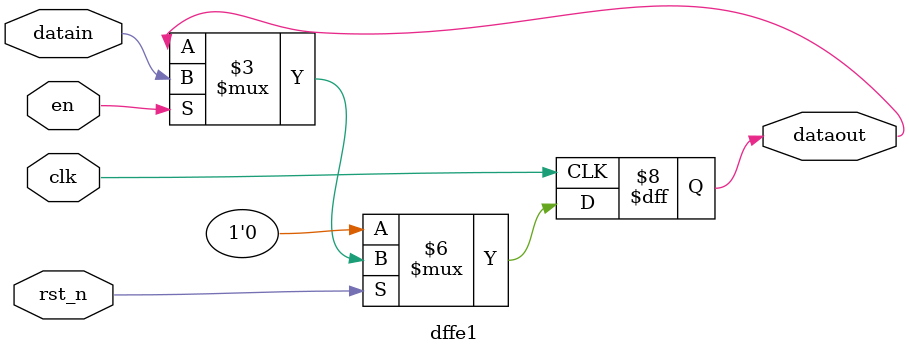
<source format=v>

module dffe1 (clk,rst_n,en,datain,dataout);
	input clk,datain,rst_n,en;
	output dataout;
	
	reg dataout;
	
	always @(posedge clk)
		if (!rst_n)	dataout<=1'b0;
		else if (en)	dataout<=datain;
endmodule

</source>
